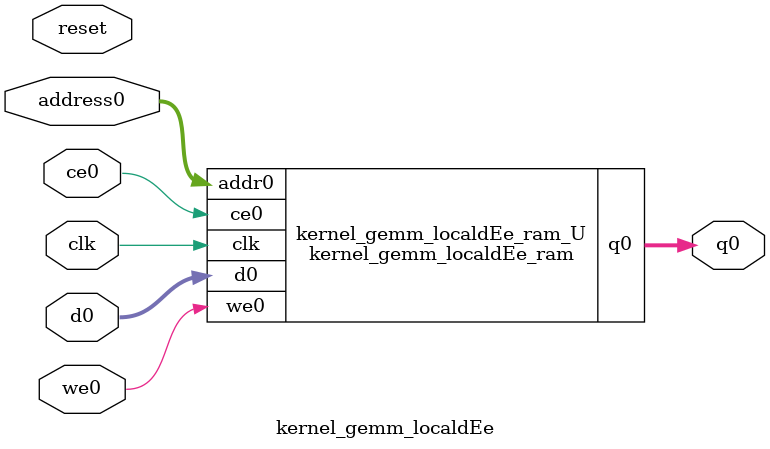
<source format=v>
`timescale 1 ns / 1 ps
module kernel_gemm_localdEe_ram (addr0, ce0, d0, we0, q0,  clk);

parameter DWIDTH = 32;
parameter AWIDTH = 14;
parameter MEM_SIZE = 16384;

input[AWIDTH-1:0] addr0;
input ce0;
input[DWIDTH-1:0] d0;
input we0;
output reg[DWIDTH-1:0] q0;
input clk;

(* ram_style = "block" *)reg [DWIDTH-1:0] ram[0:MEM_SIZE-1];




always @(posedge clk)  
begin 
    if (ce0) begin
        if (we0) 
            ram[addr0] <= d0; 
        q0 <= ram[addr0];
    end
end


endmodule

`timescale 1 ns / 1 ps
module kernel_gemm_localdEe(
    reset,
    clk,
    address0,
    ce0,
    we0,
    d0,
    q0);

parameter DataWidth = 32'd32;
parameter AddressRange = 32'd16384;
parameter AddressWidth = 32'd14;
input reset;
input clk;
input[AddressWidth - 1:0] address0;
input ce0;
input we0;
input[DataWidth - 1:0] d0;
output[DataWidth - 1:0] q0;



kernel_gemm_localdEe_ram kernel_gemm_localdEe_ram_U(
    .clk( clk ),
    .addr0( address0 ),
    .ce0( ce0 ),
    .we0( we0 ),
    .d0( d0 ),
    .q0( q0 ));

endmodule


</source>
